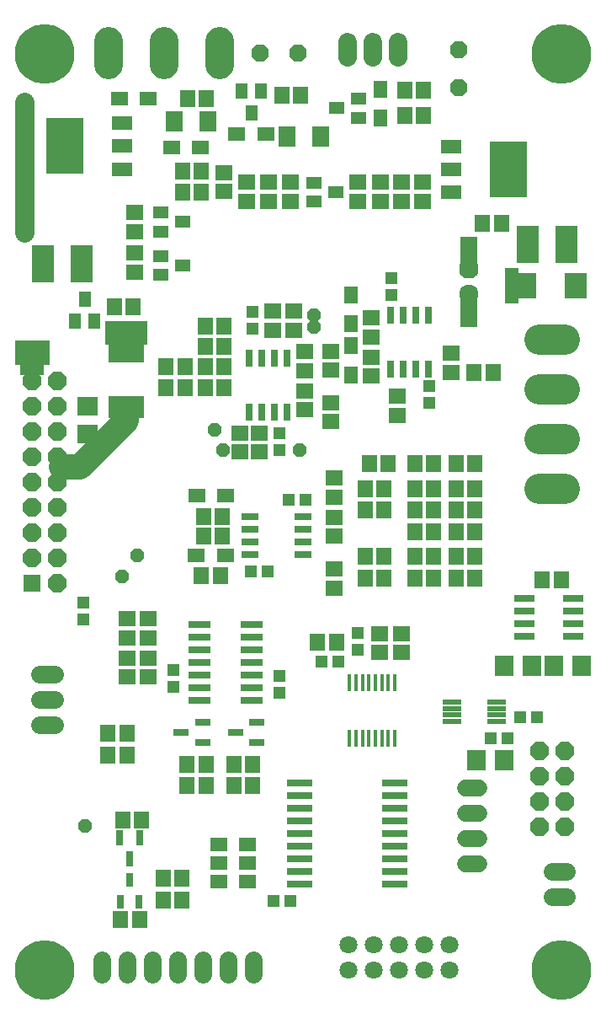
<source format=gts>
G75*
G70*
%OFA0B0*%
%FSLAX24Y24*%
%IPPOS*%
%LPD*%
%AMOC8*
5,1,8,0,0,1.08239X$1,22.5*
%
%ADD10C,0.1000*%
%ADD11C,0.0760*%
%ADD12R,0.0661X0.0819*%
%ADD13R,0.0512X0.0472*%
%ADD14R,0.0693X0.0614*%
%ADD15R,0.0614X0.0693*%
%ADD16R,0.0756X0.0835*%
%ADD17R,0.0718X0.0228*%
%ADD18R,0.0165X0.0657*%
%ADD19R,0.1044X0.0264*%
%ADD20C,0.0712*%
%ADD21R,0.0472X0.0512*%
%ADD22C,0.1200*%
%ADD23OC8,0.0712*%
%ADD24C,0.0672*%
%ADD25C,0.0712*%
%ADD26C,0.1134*%
%ADD27R,0.0567X0.0685*%
%ADD28R,0.0685X0.0567*%
%ADD29OC8,0.0672*%
%ADD30R,0.0898X0.1488*%
%ADD31R,0.0913X0.0283*%
%ADD32R,0.0840X0.0540*%
%ADD33R,0.1450X0.2200*%
%ADD34OC8,0.0523*%
%ADD35R,0.0283X0.0657*%
%ADD36R,0.0472X0.0630*%
%ADD37R,0.0657X0.0283*%
%ADD38R,0.0630X0.0472*%
%ADD39R,0.1402X0.0850*%
%ADD40R,0.0644X0.0264*%
%ADD41R,0.0264X0.0644*%
%ADD42R,0.0264X0.0564*%
%ADD43R,0.0835X0.0756*%
%ADD44OC8,0.0756*%
%ADD45C,0.0756*%
%ADD46R,0.0661X0.1528*%
%ADD47C,0.0720*%
%ADD48R,0.0712X0.0712*%
%ADD49R,0.0824X0.0264*%
%ADD50R,0.0850X0.1008*%
%ADD51OC8,0.0523*%
%ADD52R,0.0523X0.0523*%
%ADD53C,0.2365*%
D10*
X011231Y024726D02*
X011956Y024726D01*
X013806Y026576D01*
X013806Y026926D01*
D11*
X009756Y034001D02*
X009756Y039176D01*
D12*
X015712Y038401D03*
X017051Y038401D03*
X020162Y037801D03*
X021501Y037801D03*
D13*
X020916Y023451D03*
X020247Y023451D03*
X019416Y020601D03*
X018747Y020601D03*
X021522Y017026D03*
X022191Y017026D03*
X028222Y014001D03*
X028891Y014001D03*
X029397Y014826D03*
X030066Y014826D03*
X020316Y007576D03*
X019647Y007576D03*
X012106Y018691D03*
X012106Y019360D03*
D14*
X013831Y018725D03*
X013831Y017977D03*
X013831Y017175D03*
X013831Y016427D03*
X014681Y016427D03*
X014681Y017175D03*
X014681Y017977D03*
X014681Y018725D03*
X018313Y025327D03*
X018313Y026075D03*
X019082Y026075D03*
X019082Y025327D03*
X020881Y027002D03*
X020881Y027750D03*
X020881Y028552D03*
X020881Y029300D03*
X020425Y030145D03*
X020425Y030893D03*
X019619Y030900D03*
X019619Y030152D03*
X021908Y029304D03*
X021908Y028556D03*
X021906Y027275D03*
X021906Y026527D03*
X022031Y024295D03*
X022031Y023547D03*
X022031Y022750D03*
X022031Y022002D03*
X022031Y020700D03*
X022031Y019952D03*
X023831Y018150D03*
X023831Y017402D03*
X024706Y017402D03*
X024706Y018150D03*
X024550Y026772D03*
X024550Y027521D03*
X023506Y028327D03*
X023506Y029075D03*
X023506Y029877D03*
X023506Y030625D03*
X026681Y029225D03*
X026681Y028477D03*
X025531Y035252D03*
X025531Y036000D03*
X024706Y036000D03*
X024706Y035252D03*
X023856Y035252D03*
X023856Y036000D03*
X022956Y036000D03*
X022956Y035252D03*
X020306Y035252D03*
X020306Y036000D03*
X019431Y036000D03*
X019431Y035252D03*
X018556Y035252D03*
X018556Y036000D03*
X017656Y035627D03*
X017656Y036375D03*
X014131Y034800D03*
X014131Y034052D03*
X014131Y033200D03*
X014131Y032452D03*
D15*
X014080Y031076D03*
X013332Y031076D03*
X015382Y028701D03*
X016130Y028701D03*
X016130Y027876D03*
X015382Y027876D03*
X016932Y027876D03*
X017680Y027876D03*
X017680Y028701D03*
X017680Y029501D03*
X016932Y029501D03*
X016932Y028701D03*
X016932Y030301D03*
X017680Y030301D03*
X016780Y035601D03*
X016032Y035601D03*
X016032Y036426D03*
X016780Y036426D03*
X016980Y039301D03*
X016232Y039301D03*
X019957Y039451D03*
X020705Y039451D03*
X024832Y039626D03*
X025580Y039626D03*
X025580Y038626D03*
X024832Y038626D03*
X027907Y034376D03*
X028655Y034376D03*
X028330Y028476D03*
X027582Y028476D03*
X027605Y024876D03*
X026857Y024876D03*
X026857Y023876D03*
X026857Y023026D03*
X027605Y023026D03*
X027605Y023876D03*
X027605Y022181D03*
X026857Y022181D03*
X026857Y021201D03*
X027605Y021201D03*
X027605Y020351D03*
X026857Y020351D03*
X025980Y020351D03*
X025232Y020351D03*
X025232Y021201D03*
X025980Y021201D03*
X025980Y022181D03*
X025232Y022181D03*
X025232Y023026D03*
X025232Y023876D03*
X025980Y023876D03*
X025980Y023026D03*
X025980Y024876D03*
X025232Y024876D03*
X024180Y024876D03*
X023432Y024876D03*
X023257Y023876D03*
X023257Y023026D03*
X024005Y023026D03*
X024005Y023876D03*
X024005Y021201D03*
X023257Y021201D03*
X023257Y020351D03*
X024005Y020351D03*
X022130Y017801D03*
X021382Y017801D03*
X018805Y012976D03*
X018057Y012976D03*
X018057Y012126D03*
X018805Y012126D03*
X016955Y012126D03*
X016207Y012126D03*
X016207Y012976D03*
X016955Y012976D03*
X014405Y010776D03*
X013657Y010776D03*
X013830Y013351D03*
X013830Y014201D03*
X013082Y014201D03*
X013082Y013351D03*
X015257Y008476D03*
X016005Y008476D03*
X016005Y007601D03*
X015257Y007601D03*
X014330Y006826D03*
X013582Y006826D03*
X016782Y020451D03*
X017530Y020451D03*
X017605Y022001D03*
X017605Y022776D03*
X016857Y022776D03*
X016857Y022001D03*
X030282Y020276D03*
X031030Y020276D03*
D16*
X030730Y016876D03*
X029858Y016876D03*
X028755Y016876D03*
X028783Y013126D03*
X027680Y013126D03*
X031833Y016876D03*
D17*
X028461Y015431D03*
X028461Y015181D03*
X028461Y014921D03*
X028461Y014671D03*
X026701Y014671D03*
X026701Y014921D03*
X026701Y015181D03*
X026701Y015431D03*
D18*
X024442Y016203D03*
X024186Y016203D03*
X023930Y016203D03*
X023674Y016203D03*
X023419Y016203D03*
X023163Y016203D03*
X022907Y016203D03*
X022651Y016203D03*
X022651Y013998D03*
X022907Y013998D03*
X023163Y013998D03*
X023419Y013998D03*
X023674Y013998D03*
X023930Y013998D03*
X024186Y013998D03*
X024442Y013998D03*
D19*
X024436Y012226D03*
X024436Y011726D03*
X024436Y011226D03*
X024436Y010726D03*
X024436Y010226D03*
X024436Y009726D03*
X024436Y009226D03*
X024436Y008726D03*
X024436Y008226D03*
X020676Y008226D03*
X020676Y008726D03*
X020676Y009226D03*
X020676Y009726D03*
X020676Y010226D03*
X020676Y010726D03*
X020676Y011226D03*
X020676Y011726D03*
X020676Y012226D03*
D20*
X022606Y005826D03*
X022606Y004826D03*
X023606Y004826D03*
X023606Y005826D03*
X024606Y005826D03*
X024606Y004826D03*
X025606Y004826D03*
X025606Y005826D03*
X026606Y005826D03*
X026606Y004826D03*
D21*
X019856Y015791D03*
X019856Y016460D03*
X022956Y017516D03*
X022956Y018185D03*
X019856Y025391D03*
X019856Y026060D03*
X018806Y030216D03*
X018806Y030885D03*
X024306Y031541D03*
X024306Y032210D03*
X025806Y027935D03*
X025806Y027266D03*
X015681Y016710D03*
X015681Y016041D03*
D22*
X030181Y023870D02*
X031181Y023870D01*
X031181Y025839D02*
X030181Y025839D01*
X030181Y027807D02*
X031181Y027807D01*
X031181Y029776D02*
X030181Y029776D01*
D23*
X030181Y013501D03*
X030181Y012501D03*
X030181Y011501D03*
X030181Y010501D03*
X031181Y010501D03*
X031181Y011501D03*
X031181Y012501D03*
X031181Y013501D03*
X011056Y020126D03*
X011056Y021126D03*
X011056Y022126D03*
X011056Y023126D03*
X011056Y024126D03*
X011056Y025126D03*
X011056Y026126D03*
X011056Y027126D03*
X011056Y028126D03*
X010056Y028126D03*
X010056Y027126D03*
X010056Y026126D03*
X010056Y025126D03*
X010056Y024126D03*
X010056Y023126D03*
X010056Y022126D03*
X010056Y021126D03*
D24*
X027226Y012051D02*
X027786Y012051D01*
X027786Y011051D02*
X027226Y011051D01*
X027226Y010051D02*
X027786Y010051D01*
X027786Y009051D02*
X027226Y009051D01*
D25*
X030660Y008726D02*
X031253Y008726D01*
X031253Y007726D02*
X030660Y007726D01*
X018831Y005247D02*
X018831Y004654D01*
X017831Y004654D02*
X017831Y005247D01*
X016831Y005247D02*
X016831Y004654D01*
X015831Y004654D02*
X015831Y005247D01*
X014831Y005247D02*
X014831Y004654D01*
X013831Y004654D02*
X013831Y005247D01*
X012831Y005247D02*
X012831Y004654D01*
X010978Y014526D02*
X010385Y014526D01*
X010385Y015526D02*
X010978Y015526D01*
X010978Y016526D02*
X010385Y016526D01*
D26*
X013106Y040630D02*
X013106Y041574D01*
X015306Y041574D02*
X015306Y040630D01*
X017506Y040630D02*
X017506Y041574D01*
D27*
X023881Y039671D03*
X023881Y038530D03*
X022706Y031546D03*
X022706Y030405D03*
X022706Y029521D03*
X022706Y028380D03*
D28*
X017752Y023601D03*
X016610Y023601D03*
X016585Y021226D03*
X017727Y021226D03*
X017460Y009801D03*
X017460Y009076D03*
X017460Y008351D03*
X018602Y008351D03*
X018602Y009076D03*
X018602Y009801D03*
X016752Y037376D03*
X015610Y037376D03*
X014677Y039301D03*
X013535Y039301D03*
X018185Y037901D03*
X019327Y037901D03*
D29*
X019106Y041101D03*
X020606Y041101D03*
X026956Y041251D03*
X026956Y039751D03*
D30*
X029714Y033526D03*
X031249Y033526D03*
X012024Y032776D03*
X010489Y032776D03*
D31*
X016708Y018501D03*
X016708Y018001D03*
X016708Y017501D03*
X016708Y017001D03*
X016708Y016501D03*
X016708Y016001D03*
X016708Y015501D03*
X018755Y015501D03*
X018755Y016001D03*
X018755Y016501D03*
X018755Y017001D03*
X018755Y017501D03*
X018755Y018001D03*
X018755Y018501D03*
D32*
X026671Y035591D03*
X026671Y036501D03*
X026671Y037411D03*
X013641Y037426D03*
X013641Y038336D03*
X013641Y036516D03*
D33*
X011371Y037426D03*
X028941Y036501D03*
D34*
X010056Y026126D03*
X010056Y026126D03*
D35*
X018658Y026913D03*
X019158Y026913D03*
X019658Y026913D03*
X020158Y026913D03*
X020158Y029039D03*
X019658Y029039D03*
X019158Y029039D03*
X018658Y029039D03*
X024258Y028613D03*
X024758Y028613D03*
X025258Y028613D03*
X025758Y028613D03*
X025758Y030739D03*
X025258Y030739D03*
X024758Y030739D03*
X024258Y030739D03*
D36*
X018756Y038743D03*
X018382Y039609D03*
X019130Y039609D03*
X012530Y030518D03*
X011782Y030518D03*
X012156Y031384D03*
D37*
X018693Y022774D03*
X018693Y022274D03*
X018693Y021774D03*
X018693Y021274D03*
X020819Y021274D03*
X020819Y021774D03*
X020819Y022274D03*
X020819Y022774D03*
D38*
X015173Y032327D03*
X015173Y033075D03*
X015173Y034052D03*
X015173Y034800D03*
X016039Y034426D03*
X016039Y032701D03*
X021223Y035227D03*
X021223Y035975D03*
X022089Y035601D03*
X023014Y038552D03*
X023014Y039300D03*
X022148Y038926D03*
D39*
X013806Y029303D03*
X013806Y027098D03*
D40*
X016831Y014651D03*
X016831Y013851D03*
X015981Y014251D03*
X018131Y014251D03*
X018981Y014651D03*
X018981Y013851D03*
D41*
X014331Y010076D03*
X013931Y009226D03*
X013531Y010076D03*
D42*
X013931Y008406D03*
X013561Y007546D03*
X014301Y007546D03*
D43*
X012281Y026024D03*
X012281Y027127D03*
D44*
X027356Y032576D03*
D45*
X027356Y031576D03*
D46*
X027356Y031052D03*
X027356Y033060D03*
D47*
X024573Y040952D02*
X024573Y041552D01*
X023573Y041552D02*
X023573Y040952D01*
X022573Y040952D02*
X022573Y041552D01*
D48*
X010056Y020126D03*
D49*
X029561Y019526D03*
X029561Y019026D03*
X029561Y018526D03*
X029561Y018026D03*
X031501Y018026D03*
X031501Y018526D03*
X031501Y019026D03*
X031501Y019526D03*
D50*
X031610Y031901D03*
X029602Y031901D03*
D51*
X021231Y030751D03*
X021231Y030276D03*
X020656Y025401D03*
X017631Y025401D03*
X017306Y026201D03*
X014231Y021251D03*
X013631Y020401D03*
X012181Y010526D03*
D52*
X010281Y028626D03*
X009856Y028626D03*
X009656Y029051D03*
X009656Y029476D03*
X010081Y029476D03*
X010506Y029476D03*
X010506Y029051D03*
X010081Y029051D03*
X013231Y029851D03*
X013231Y030226D03*
X013606Y030226D03*
X013981Y030226D03*
X014356Y030226D03*
X014356Y029851D03*
X013981Y029851D03*
X013606Y029851D03*
X029056Y031476D03*
X029056Y031901D03*
X029056Y032326D03*
D53*
X010581Y004850D03*
X031054Y004850D03*
X031054Y041071D03*
X010581Y041071D03*
M02*

</source>
